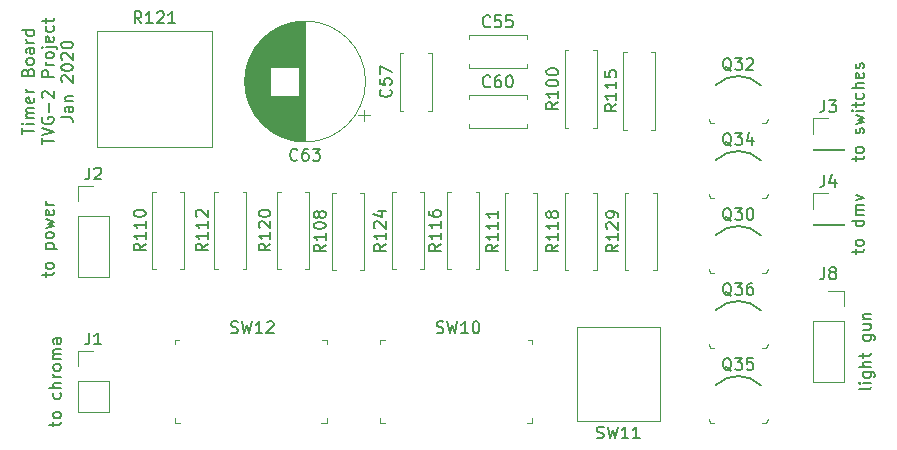
<source format=gbr>
G04 #@! TF.GenerationSoftware,KiCad,Pcbnew,(5.1.5)-3*
G04 #@! TF.CreationDate,2020-01-24T15:12:57-05:00*
G04 #@! TF.ProjectId,timer,74696d65-722e-46b6-9963-61645f706362,v01*
G04 #@! TF.SameCoordinates,Original*
G04 #@! TF.FileFunction,Legend,Top*
G04 #@! TF.FilePolarity,Positive*
%FSLAX46Y46*%
G04 Gerber Fmt 4.6, Leading zero omitted, Abs format (unit mm)*
G04 Created by KiCad (PCBNEW (5.1.5)-3) date 2020-01-24 15:12:57*
%MOMM*%
%LPD*%
G04 APERTURE LIST*
%ADD10C,0.150000*%
%ADD11C,0.120000*%
%ADD12C,0.100000*%
G04 APERTURE END LIST*
D10*
X21932380Y-69881190D02*
X21932380Y-69309761D01*
X22932380Y-69595476D02*
X21932380Y-69595476D01*
X22932380Y-68976428D02*
X22265714Y-68976428D01*
X21932380Y-68976428D02*
X21980000Y-69024047D01*
X22027619Y-68976428D01*
X21980000Y-68928809D01*
X21932380Y-68976428D01*
X22027619Y-68976428D01*
X22932380Y-68500238D02*
X22265714Y-68500238D01*
X22360952Y-68500238D02*
X22313333Y-68452619D01*
X22265714Y-68357380D01*
X22265714Y-68214523D01*
X22313333Y-68119285D01*
X22408571Y-68071666D01*
X22932380Y-68071666D01*
X22408571Y-68071666D02*
X22313333Y-68024047D01*
X22265714Y-67928809D01*
X22265714Y-67785952D01*
X22313333Y-67690714D01*
X22408571Y-67643095D01*
X22932380Y-67643095D01*
X22884761Y-66785952D02*
X22932380Y-66881190D01*
X22932380Y-67071666D01*
X22884761Y-67166904D01*
X22789523Y-67214523D01*
X22408571Y-67214523D01*
X22313333Y-67166904D01*
X22265714Y-67071666D01*
X22265714Y-66881190D01*
X22313333Y-66785952D01*
X22408571Y-66738333D01*
X22503809Y-66738333D01*
X22599047Y-67214523D01*
X22932380Y-66309761D02*
X22265714Y-66309761D01*
X22456190Y-66309761D02*
X22360952Y-66262142D01*
X22313333Y-66214523D01*
X22265714Y-66119285D01*
X22265714Y-66024047D01*
X22408571Y-64595476D02*
X22456190Y-64452619D01*
X22503809Y-64405000D01*
X22599047Y-64357380D01*
X22741904Y-64357380D01*
X22837142Y-64405000D01*
X22884761Y-64452619D01*
X22932380Y-64547857D01*
X22932380Y-64928809D01*
X21932380Y-64928809D01*
X21932380Y-64595476D01*
X21980000Y-64500238D01*
X22027619Y-64452619D01*
X22122857Y-64405000D01*
X22218095Y-64405000D01*
X22313333Y-64452619D01*
X22360952Y-64500238D01*
X22408571Y-64595476D01*
X22408571Y-64928809D01*
X22932380Y-63785952D02*
X22884761Y-63881190D01*
X22837142Y-63928809D01*
X22741904Y-63976428D01*
X22456190Y-63976428D01*
X22360952Y-63928809D01*
X22313333Y-63881190D01*
X22265714Y-63785952D01*
X22265714Y-63643095D01*
X22313333Y-63547857D01*
X22360952Y-63500238D01*
X22456190Y-63452619D01*
X22741904Y-63452619D01*
X22837142Y-63500238D01*
X22884761Y-63547857D01*
X22932380Y-63643095D01*
X22932380Y-63785952D01*
X22932380Y-62595476D02*
X22408571Y-62595476D01*
X22313333Y-62643095D01*
X22265714Y-62738333D01*
X22265714Y-62928809D01*
X22313333Y-63024047D01*
X22884761Y-62595476D02*
X22932380Y-62690714D01*
X22932380Y-62928809D01*
X22884761Y-63024047D01*
X22789523Y-63071666D01*
X22694285Y-63071666D01*
X22599047Y-63024047D01*
X22551428Y-62928809D01*
X22551428Y-62690714D01*
X22503809Y-62595476D01*
X22932380Y-62119285D02*
X22265714Y-62119285D01*
X22456190Y-62119285D02*
X22360952Y-62071666D01*
X22313333Y-62024047D01*
X22265714Y-61928809D01*
X22265714Y-61833571D01*
X22932380Y-61071666D02*
X21932380Y-61071666D01*
X22884761Y-61071666D02*
X22932380Y-61166904D01*
X22932380Y-61357380D01*
X22884761Y-61452619D01*
X22837142Y-61500238D01*
X22741904Y-61547857D01*
X22456190Y-61547857D01*
X22360952Y-61500238D01*
X22313333Y-61452619D01*
X22265714Y-61357380D01*
X22265714Y-61166904D01*
X22313333Y-61071666D01*
X23582380Y-70738333D02*
X23582380Y-70166904D01*
X24582380Y-70452619D02*
X23582380Y-70452619D01*
X23582380Y-69976428D02*
X24582380Y-69643095D01*
X23582380Y-69309761D01*
X23630000Y-68452619D02*
X23582380Y-68547857D01*
X23582380Y-68690714D01*
X23630000Y-68833571D01*
X23725238Y-68928809D01*
X23820476Y-68976428D01*
X24010952Y-69024047D01*
X24153809Y-69024047D01*
X24344285Y-68976428D01*
X24439523Y-68928809D01*
X24534761Y-68833571D01*
X24582380Y-68690714D01*
X24582380Y-68595476D01*
X24534761Y-68452619D01*
X24487142Y-68405000D01*
X24153809Y-68405000D01*
X24153809Y-68595476D01*
X24201428Y-67976428D02*
X24201428Y-67214523D01*
X23677619Y-66785952D02*
X23630000Y-66738333D01*
X23582380Y-66643095D01*
X23582380Y-66405000D01*
X23630000Y-66309761D01*
X23677619Y-66262142D01*
X23772857Y-66214523D01*
X23868095Y-66214523D01*
X24010952Y-66262142D01*
X24582380Y-66833571D01*
X24582380Y-66214523D01*
X24582380Y-65024047D02*
X23582380Y-65024047D01*
X23582380Y-64643095D01*
X23630000Y-64547857D01*
X23677619Y-64500238D01*
X23772857Y-64452619D01*
X23915714Y-64452619D01*
X24010952Y-64500238D01*
X24058571Y-64547857D01*
X24106190Y-64643095D01*
X24106190Y-65024047D01*
X24582380Y-64024047D02*
X23915714Y-64024047D01*
X24106190Y-64024047D02*
X24010952Y-63976428D01*
X23963333Y-63928809D01*
X23915714Y-63833571D01*
X23915714Y-63738333D01*
X24582380Y-63262142D02*
X24534761Y-63357380D01*
X24487142Y-63405000D01*
X24391904Y-63452619D01*
X24106190Y-63452619D01*
X24010952Y-63405000D01*
X23963333Y-63357380D01*
X23915714Y-63262142D01*
X23915714Y-63119285D01*
X23963333Y-63024047D01*
X24010952Y-62976428D01*
X24106190Y-62928809D01*
X24391904Y-62928809D01*
X24487142Y-62976428D01*
X24534761Y-63024047D01*
X24582380Y-63119285D01*
X24582380Y-63262142D01*
X23915714Y-62500238D02*
X24772857Y-62500238D01*
X24868095Y-62547857D01*
X24915714Y-62643095D01*
X24915714Y-62690714D01*
X23582380Y-62500238D02*
X23630000Y-62547857D01*
X23677619Y-62500238D01*
X23630000Y-62452619D01*
X23582380Y-62500238D01*
X23677619Y-62500238D01*
X24534761Y-61643095D02*
X24582380Y-61738333D01*
X24582380Y-61928809D01*
X24534761Y-62024047D01*
X24439523Y-62071666D01*
X24058571Y-62071666D01*
X23963333Y-62024047D01*
X23915714Y-61928809D01*
X23915714Y-61738333D01*
X23963333Y-61643095D01*
X24058571Y-61595476D01*
X24153809Y-61595476D01*
X24249047Y-62071666D01*
X24534761Y-60738333D02*
X24582380Y-60833571D01*
X24582380Y-61024047D01*
X24534761Y-61119285D01*
X24487142Y-61166904D01*
X24391904Y-61214523D01*
X24106190Y-61214523D01*
X24010952Y-61166904D01*
X23963333Y-61119285D01*
X23915714Y-61024047D01*
X23915714Y-60833571D01*
X23963333Y-60738333D01*
X23915714Y-60452619D02*
X23915714Y-60071666D01*
X23582380Y-60309761D02*
X24439523Y-60309761D01*
X24534761Y-60262142D01*
X24582380Y-60166904D01*
X24582380Y-60071666D01*
X25232380Y-68452619D02*
X25946666Y-68452619D01*
X26089523Y-68500238D01*
X26184761Y-68595476D01*
X26232380Y-68738333D01*
X26232380Y-68833571D01*
X26232380Y-67547857D02*
X25708571Y-67547857D01*
X25613333Y-67595476D01*
X25565714Y-67690714D01*
X25565714Y-67881190D01*
X25613333Y-67976428D01*
X26184761Y-67547857D02*
X26232380Y-67643095D01*
X26232380Y-67881190D01*
X26184761Y-67976428D01*
X26089523Y-68024047D01*
X25994285Y-68024047D01*
X25899047Y-67976428D01*
X25851428Y-67881190D01*
X25851428Y-67643095D01*
X25803809Y-67547857D01*
X25565714Y-67071666D02*
X26232380Y-67071666D01*
X25660952Y-67071666D02*
X25613333Y-67024047D01*
X25565714Y-66928809D01*
X25565714Y-66785952D01*
X25613333Y-66690714D01*
X25708571Y-66643095D01*
X26232380Y-66643095D01*
X25327619Y-65452619D02*
X25280000Y-65405000D01*
X25232380Y-65309761D01*
X25232380Y-65071666D01*
X25280000Y-64976428D01*
X25327619Y-64928809D01*
X25422857Y-64881190D01*
X25518095Y-64881190D01*
X25660952Y-64928809D01*
X26232380Y-65500238D01*
X26232380Y-64881190D01*
X25232380Y-64262142D02*
X25232380Y-64166904D01*
X25280000Y-64071666D01*
X25327619Y-64024047D01*
X25422857Y-63976428D01*
X25613333Y-63928809D01*
X25851428Y-63928809D01*
X26041904Y-63976428D01*
X26137142Y-64024047D01*
X26184761Y-64071666D01*
X26232380Y-64166904D01*
X26232380Y-64262142D01*
X26184761Y-64357380D01*
X26137142Y-64405000D01*
X26041904Y-64452619D01*
X25851428Y-64500238D01*
X25613333Y-64500238D01*
X25422857Y-64452619D01*
X25327619Y-64405000D01*
X25280000Y-64357380D01*
X25232380Y-64262142D01*
X25327619Y-63547857D02*
X25280000Y-63500238D01*
X25232380Y-63405000D01*
X25232380Y-63166904D01*
X25280000Y-63071666D01*
X25327619Y-63024047D01*
X25422857Y-62976428D01*
X25518095Y-62976428D01*
X25660952Y-63024047D01*
X26232380Y-63595476D01*
X26232380Y-62976428D01*
X25232380Y-62357380D02*
X25232380Y-62262142D01*
X25280000Y-62166904D01*
X25327619Y-62119285D01*
X25422857Y-62071666D01*
X25613333Y-62024047D01*
X25851428Y-62024047D01*
X26041904Y-62071666D01*
X26137142Y-62119285D01*
X26184761Y-62166904D01*
X26232380Y-62262142D01*
X26232380Y-62357380D01*
X26184761Y-62452619D01*
X26137142Y-62500238D01*
X26041904Y-62547857D01*
X25851428Y-62595476D01*
X25613333Y-62595476D01*
X25422857Y-62547857D01*
X25327619Y-62500238D01*
X25280000Y-62452619D01*
X25232380Y-62357380D01*
X92495714Y-72135476D02*
X92495714Y-71754523D01*
X92162380Y-71992619D02*
X93019523Y-71992619D01*
X93114761Y-71945000D01*
X93162380Y-71849761D01*
X93162380Y-71754523D01*
X93162380Y-71278333D02*
X93114761Y-71373571D01*
X93067142Y-71421190D01*
X92971904Y-71468809D01*
X92686190Y-71468809D01*
X92590952Y-71421190D01*
X92543333Y-71373571D01*
X92495714Y-71278333D01*
X92495714Y-71135476D01*
X92543333Y-71040238D01*
X92590952Y-70992619D01*
X92686190Y-70945000D01*
X92971904Y-70945000D01*
X93067142Y-70992619D01*
X93114761Y-71040238D01*
X93162380Y-71135476D01*
X93162380Y-71278333D01*
X93114761Y-69802142D02*
X93162380Y-69706904D01*
X93162380Y-69516428D01*
X93114761Y-69421190D01*
X93019523Y-69373571D01*
X92971904Y-69373571D01*
X92876666Y-69421190D01*
X92829047Y-69516428D01*
X92829047Y-69659285D01*
X92781428Y-69754523D01*
X92686190Y-69802142D01*
X92638571Y-69802142D01*
X92543333Y-69754523D01*
X92495714Y-69659285D01*
X92495714Y-69516428D01*
X92543333Y-69421190D01*
X92495714Y-69040238D02*
X93162380Y-68849761D01*
X92686190Y-68659285D01*
X93162380Y-68468809D01*
X92495714Y-68278333D01*
X93162380Y-67897380D02*
X92495714Y-67897380D01*
X92162380Y-67897380D02*
X92210000Y-67945000D01*
X92257619Y-67897380D01*
X92210000Y-67849761D01*
X92162380Y-67897380D01*
X92257619Y-67897380D01*
X92495714Y-67564047D02*
X92495714Y-67183095D01*
X92162380Y-67421190D02*
X93019523Y-67421190D01*
X93114761Y-67373571D01*
X93162380Y-67278333D01*
X93162380Y-67183095D01*
X93114761Y-66421190D02*
X93162380Y-66516428D01*
X93162380Y-66706904D01*
X93114761Y-66802142D01*
X93067142Y-66849761D01*
X92971904Y-66897380D01*
X92686190Y-66897380D01*
X92590952Y-66849761D01*
X92543333Y-66802142D01*
X92495714Y-66706904D01*
X92495714Y-66516428D01*
X92543333Y-66421190D01*
X93162380Y-65992619D02*
X92162380Y-65992619D01*
X93162380Y-65564047D02*
X92638571Y-65564047D01*
X92543333Y-65611666D01*
X92495714Y-65706904D01*
X92495714Y-65849761D01*
X92543333Y-65945000D01*
X92590952Y-65992619D01*
X93114761Y-64706904D02*
X93162380Y-64802142D01*
X93162380Y-64992619D01*
X93114761Y-65087857D01*
X93019523Y-65135476D01*
X92638571Y-65135476D01*
X92543333Y-65087857D01*
X92495714Y-64992619D01*
X92495714Y-64802142D01*
X92543333Y-64706904D01*
X92638571Y-64659285D01*
X92733809Y-64659285D01*
X92829047Y-65135476D01*
X93114761Y-64278333D02*
X93162380Y-64183095D01*
X93162380Y-63992619D01*
X93114761Y-63897380D01*
X93019523Y-63849761D01*
X92971904Y-63849761D01*
X92876666Y-63897380D01*
X92829047Y-63992619D01*
X92829047Y-64135476D01*
X92781428Y-64230714D01*
X92686190Y-64278333D01*
X92638571Y-64278333D01*
X92543333Y-64230714D01*
X92495714Y-64135476D01*
X92495714Y-63992619D01*
X92543333Y-63897380D01*
X92495714Y-79993809D02*
X92495714Y-79612857D01*
X92162380Y-79850952D02*
X93019523Y-79850952D01*
X93114761Y-79803333D01*
X93162380Y-79708095D01*
X93162380Y-79612857D01*
X93162380Y-79136666D02*
X93114761Y-79231904D01*
X93067142Y-79279523D01*
X92971904Y-79327142D01*
X92686190Y-79327142D01*
X92590952Y-79279523D01*
X92543333Y-79231904D01*
X92495714Y-79136666D01*
X92495714Y-78993809D01*
X92543333Y-78898571D01*
X92590952Y-78850952D01*
X92686190Y-78803333D01*
X92971904Y-78803333D01*
X93067142Y-78850952D01*
X93114761Y-78898571D01*
X93162380Y-78993809D01*
X93162380Y-79136666D01*
X93162380Y-77184285D02*
X92162380Y-77184285D01*
X93114761Y-77184285D02*
X93162380Y-77279523D01*
X93162380Y-77470000D01*
X93114761Y-77565238D01*
X93067142Y-77612857D01*
X92971904Y-77660476D01*
X92686190Y-77660476D01*
X92590952Y-77612857D01*
X92543333Y-77565238D01*
X92495714Y-77470000D01*
X92495714Y-77279523D01*
X92543333Y-77184285D01*
X93162380Y-76708095D02*
X92495714Y-76708095D01*
X92590952Y-76708095D02*
X92543333Y-76660476D01*
X92495714Y-76565238D01*
X92495714Y-76422380D01*
X92543333Y-76327142D01*
X92638571Y-76279523D01*
X93162380Y-76279523D01*
X92638571Y-76279523D02*
X92543333Y-76231904D01*
X92495714Y-76136666D01*
X92495714Y-75993809D01*
X92543333Y-75898571D01*
X92638571Y-75850952D01*
X93162380Y-75850952D01*
X92495714Y-75470000D02*
X93162380Y-75231904D01*
X92495714Y-74993809D01*
X93797380Y-91312619D02*
X93749761Y-91407857D01*
X93654523Y-91455476D01*
X92797380Y-91455476D01*
X93797380Y-90931666D02*
X93130714Y-90931666D01*
X92797380Y-90931666D02*
X92845000Y-90979285D01*
X92892619Y-90931666D01*
X92845000Y-90884047D01*
X92797380Y-90931666D01*
X92892619Y-90931666D01*
X93130714Y-90026904D02*
X93940238Y-90026904D01*
X94035476Y-90074523D01*
X94083095Y-90122142D01*
X94130714Y-90217380D01*
X94130714Y-90360238D01*
X94083095Y-90455476D01*
X93749761Y-90026904D02*
X93797380Y-90122142D01*
X93797380Y-90312619D01*
X93749761Y-90407857D01*
X93702142Y-90455476D01*
X93606904Y-90503095D01*
X93321190Y-90503095D01*
X93225952Y-90455476D01*
X93178333Y-90407857D01*
X93130714Y-90312619D01*
X93130714Y-90122142D01*
X93178333Y-90026904D01*
X93797380Y-89550714D02*
X92797380Y-89550714D01*
X93797380Y-89122142D02*
X93273571Y-89122142D01*
X93178333Y-89169761D01*
X93130714Y-89265000D01*
X93130714Y-89407857D01*
X93178333Y-89503095D01*
X93225952Y-89550714D01*
X93130714Y-88788809D02*
X93130714Y-88407857D01*
X92797380Y-88645952D02*
X93654523Y-88645952D01*
X93749761Y-88598333D01*
X93797380Y-88503095D01*
X93797380Y-88407857D01*
X93130714Y-86884047D02*
X93940238Y-86884047D01*
X94035476Y-86931666D01*
X94083095Y-86979285D01*
X94130714Y-87074523D01*
X94130714Y-87217380D01*
X94083095Y-87312619D01*
X93749761Y-86884047D02*
X93797380Y-86979285D01*
X93797380Y-87169761D01*
X93749761Y-87265000D01*
X93702142Y-87312619D01*
X93606904Y-87360238D01*
X93321190Y-87360238D01*
X93225952Y-87312619D01*
X93178333Y-87265000D01*
X93130714Y-87169761D01*
X93130714Y-86979285D01*
X93178333Y-86884047D01*
X93130714Y-85979285D02*
X93797380Y-85979285D01*
X93130714Y-86407857D02*
X93654523Y-86407857D01*
X93749761Y-86360238D01*
X93797380Y-86265000D01*
X93797380Y-86122142D01*
X93749761Y-86026904D01*
X93702142Y-85979285D01*
X93130714Y-85503095D02*
X93797380Y-85503095D01*
X93225952Y-85503095D02*
X93178333Y-85455476D01*
X93130714Y-85360238D01*
X93130714Y-85217380D01*
X93178333Y-85122142D01*
X93273571Y-85074523D01*
X93797380Y-85074523D01*
X24550714Y-94590714D02*
X24550714Y-94209761D01*
X24217380Y-94447857D02*
X25074523Y-94447857D01*
X25169761Y-94400238D01*
X25217380Y-94305000D01*
X25217380Y-94209761D01*
X25217380Y-93733571D02*
X25169761Y-93828809D01*
X25122142Y-93876428D01*
X25026904Y-93924047D01*
X24741190Y-93924047D01*
X24645952Y-93876428D01*
X24598333Y-93828809D01*
X24550714Y-93733571D01*
X24550714Y-93590714D01*
X24598333Y-93495476D01*
X24645952Y-93447857D01*
X24741190Y-93400238D01*
X25026904Y-93400238D01*
X25122142Y-93447857D01*
X25169761Y-93495476D01*
X25217380Y-93590714D01*
X25217380Y-93733571D01*
X25169761Y-91781190D02*
X25217380Y-91876428D01*
X25217380Y-92066904D01*
X25169761Y-92162142D01*
X25122142Y-92209761D01*
X25026904Y-92257380D01*
X24741190Y-92257380D01*
X24645952Y-92209761D01*
X24598333Y-92162142D01*
X24550714Y-92066904D01*
X24550714Y-91876428D01*
X24598333Y-91781190D01*
X25217380Y-91352619D02*
X24217380Y-91352619D01*
X25217380Y-90924047D02*
X24693571Y-90924047D01*
X24598333Y-90971666D01*
X24550714Y-91066904D01*
X24550714Y-91209761D01*
X24598333Y-91305000D01*
X24645952Y-91352619D01*
X25217380Y-90447857D02*
X24550714Y-90447857D01*
X24741190Y-90447857D02*
X24645952Y-90400238D01*
X24598333Y-90352619D01*
X24550714Y-90257380D01*
X24550714Y-90162142D01*
X25217380Y-89685952D02*
X25169761Y-89781190D01*
X25122142Y-89828809D01*
X25026904Y-89876428D01*
X24741190Y-89876428D01*
X24645952Y-89828809D01*
X24598333Y-89781190D01*
X24550714Y-89685952D01*
X24550714Y-89543095D01*
X24598333Y-89447857D01*
X24645952Y-89400238D01*
X24741190Y-89352619D01*
X25026904Y-89352619D01*
X25122142Y-89400238D01*
X25169761Y-89447857D01*
X25217380Y-89543095D01*
X25217380Y-89685952D01*
X25217380Y-88924047D02*
X24550714Y-88924047D01*
X24645952Y-88924047D02*
X24598333Y-88876428D01*
X24550714Y-88781190D01*
X24550714Y-88638333D01*
X24598333Y-88543095D01*
X24693571Y-88495476D01*
X25217380Y-88495476D01*
X24693571Y-88495476D02*
X24598333Y-88447857D01*
X24550714Y-88352619D01*
X24550714Y-88209761D01*
X24598333Y-88114523D01*
X24693571Y-88066904D01*
X25217380Y-88066904D01*
X25217380Y-87162142D02*
X24693571Y-87162142D01*
X24598333Y-87209761D01*
X24550714Y-87305000D01*
X24550714Y-87495476D01*
X24598333Y-87590714D01*
X25169761Y-87162142D02*
X25217380Y-87257380D01*
X25217380Y-87495476D01*
X25169761Y-87590714D01*
X25074523Y-87638333D01*
X24979285Y-87638333D01*
X24884047Y-87590714D01*
X24836428Y-87495476D01*
X24836428Y-87257380D01*
X24788809Y-87162142D01*
X23915714Y-81930476D02*
X23915714Y-81549523D01*
X23582380Y-81787619D02*
X24439523Y-81787619D01*
X24534761Y-81740000D01*
X24582380Y-81644761D01*
X24582380Y-81549523D01*
X24582380Y-81073333D02*
X24534761Y-81168571D01*
X24487142Y-81216190D01*
X24391904Y-81263809D01*
X24106190Y-81263809D01*
X24010952Y-81216190D01*
X23963333Y-81168571D01*
X23915714Y-81073333D01*
X23915714Y-80930476D01*
X23963333Y-80835238D01*
X24010952Y-80787619D01*
X24106190Y-80740000D01*
X24391904Y-80740000D01*
X24487142Y-80787619D01*
X24534761Y-80835238D01*
X24582380Y-80930476D01*
X24582380Y-81073333D01*
X23915714Y-79549523D02*
X24915714Y-79549523D01*
X23963333Y-79549523D02*
X23915714Y-79454285D01*
X23915714Y-79263809D01*
X23963333Y-79168571D01*
X24010952Y-79120952D01*
X24106190Y-79073333D01*
X24391904Y-79073333D01*
X24487142Y-79120952D01*
X24534761Y-79168571D01*
X24582380Y-79263809D01*
X24582380Y-79454285D01*
X24534761Y-79549523D01*
X24582380Y-78501904D02*
X24534761Y-78597142D01*
X24487142Y-78644761D01*
X24391904Y-78692380D01*
X24106190Y-78692380D01*
X24010952Y-78644761D01*
X23963333Y-78597142D01*
X23915714Y-78501904D01*
X23915714Y-78359047D01*
X23963333Y-78263809D01*
X24010952Y-78216190D01*
X24106190Y-78168571D01*
X24391904Y-78168571D01*
X24487142Y-78216190D01*
X24534761Y-78263809D01*
X24582380Y-78359047D01*
X24582380Y-78501904D01*
X23915714Y-77835238D02*
X24582380Y-77644761D01*
X24106190Y-77454285D01*
X24582380Y-77263809D01*
X23915714Y-77073333D01*
X24534761Y-76311428D02*
X24582380Y-76406666D01*
X24582380Y-76597142D01*
X24534761Y-76692380D01*
X24439523Y-76740000D01*
X24058571Y-76740000D01*
X23963333Y-76692380D01*
X23915714Y-76597142D01*
X23915714Y-76406666D01*
X23963333Y-76311428D01*
X24058571Y-76263809D01*
X24153809Y-76263809D01*
X24249047Y-76740000D01*
X24582380Y-75835238D02*
X23915714Y-75835238D01*
X24106190Y-75835238D02*
X24010952Y-75787619D01*
X23963333Y-75740000D01*
X23915714Y-75644761D01*
X23915714Y-75549523D01*
D11*
X64660000Y-63920000D02*
X64660000Y-64235000D01*
X64660000Y-61495000D02*
X64660000Y-61810000D01*
X59720000Y-63920000D02*
X59720000Y-64235000D01*
X59720000Y-61495000D02*
X59720000Y-61810000D01*
X59720000Y-64235000D02*
X64660000Y-64235000D01*
X59720000Y-61495000D02*
X64660000Y-61495000D01*
X53875000Y-67915000D02*
X53875000Y-62975000D01*
X56615000Y-67915000D02*
X56615000Y-62975000D01*
X53875000Y-67915000D02*
X54190000Y-67915000D01*
X56300000Y-67915000D02*
X56615000Y-67915000D01*
X53875000Y-62975000D02*
X54190000Y-62975000D01*
X56300000Y-62975000D02*
X56615000Y-62975000D01*
X59720000Y-66575000D02*
X64660000Y-66575000D01*
X59720000Y-69315000D02*
X64660000Y-69315000D01*
X59720000Y-66575000D02*
X59720000Y-66890000D01*
X59720000Y-69000000D02*
X59720000Y-69315000D01*
X64660000Y-66575000D02*
X64660000Y-66890000D01*
X64660000Y-69000000D02*
X64660000Y-69315000D01*
X50995000Y-65405000D02*
G75*
G03X50995000Y-65405000I-5120000J0D01*
G01*
X45875000Y-70485000D02*
X45875000Y-60325000D01*
X45835000Y-70485000D02*
X45835000Y-60325000D01*
X45795000Y-70485000D02*
X45795000Y-60325000D01*
X45755000Y-70484000D02*
X45755000Y-60326000D01*
X45715000Y-70483000D02*
X45715000Y-60327000D01*
X45675000Y-70482000D02*
X45675000Y-60328000D01*
X45635000Y-70480000D02*
X45635000Y-60330000D01*
X45595000Y-70478000D02*
X45595000Y-60332000D01*
X45555000Y-70475000D02*
X45555000Y-60335000D01*
X45515000Y-70473000D02*
X45515000Y-60337000D01*
X45475000Y-70470000D02*
X45475000Y-60340000D01*
X45435000Y-70467000D02*
X45435000Y-60343000D01*
X45395000Y-70463000D02*
X45395000Y-60347000D01*
X45355000Y-70459000D02*
X45355000Y-66646000D01*
X45355000Y-64164000D02*
X45355000Y-60351000D01*
X45315000Y-70455000D02*
X45315000Y-66646000D01*
X45315000Y-64164000D02*
X45315000Y-60355000D01*
X45275000Y-70450000D02*
X45275000Y-66646000D01*
X45275000Y-64164000D02*
X45275000Y-60360000D01*
X45235000Y-70445000D02*
X45235000Y-66646000D01*
X45235000Y-64164000D02*
X45235000Y-60365000D01*
X45195000Y-70440000D02*
X45195000Y-66646000D01*
X45195000Y-64164000D02*
X45195000Y-60370000D01*
X45154000Y-70435000D02*
X45154000Y-66646000D01*
X45154000Y-64164000D02*
X45154000Y-60375000D01*
X45114000Y-70429000D02*
X45114000Y-66646000D01*
X45114000Y-64164000D02*
X45114000Y-60381000D01*
X45074000Y-70423000D02*
X45074000Y-66646000D01*
X45074000Y-64164000D02*
X45074000Y-60387000D01*
X45034000Y-70416000D02*
X45034000Y-66646000D01*
X45034000Y-64164000D02*
X45034000Y-60394000D01*
X44994000Y-70409000D02*
X44994000Y-66646000D01*
X44994000Y-64164000D02*
X44994000Y-60401000D01*
X44954000Y-70402000D02*
X44954000Y-66646000D01*
X44954000Y-64164000D02*
X44954000Y-60408000D01*
X44914000Y-70395000D02*
X44914000Y-66646000D01*
X44914000Y-64164000D02*
X44914000Y-60415000D01*
X44874000Y-70387000D02*
X44874000Y-66646000D01*
X44874000Y-64164000D02*
X44874000Y-60423000D01*
X44834000Y-70379000D02*
X44834000Y-66646000D01*
X44834000Y-64164000D02*
X44834000Y-60431000D01*
X44794000Y-70370000D02*
X44794000Y-66646000D01*
X44794000Y-64164000D02*
X44794000Y-60440000D01*
X44754000Y-70361000D02*
X44754000Y-66646000D01*
X44754000Y-64164000D02*
X44754000Y-60449000D01*
X44714000Y-70352000D02*
X44714000Y-66646000D01*
X44714000Y-64164000D02*
X44714000Y-60458000D01*
X44674000Y-70343000D02*
X44674000Y-66646000D01*
X44674000Y-64164000D02*
X44674000Y-60467000D01*
X44634000Y-70333000D02*
X44634000Y-66646000D01*
X44634000Y-64164000D02*
X44634000Y-60477000D01*
X44594000Y-70323000D02*
X44594000Y-66646000D01*
X44594000Y-64164000D02*
X44594000Y-60487000D01*
X44554000Y-70312000D02*
X44554000Y-66646000D01*
X44554000Y-64164000D02*
X44554000Y-60498000D01*
X44514000Y-70302000D02*
X44514000Y-66646000D01*
X44514000Y-64164000D02*
X44514000Y-60508000D01*
X44474000Y-70290000D02*
X44474000Y-66646000D01*
X44474000Y-64164000D02*
X44474000Y-60520000D01*
X44434000Y-70279000D02*
X44434000Y-66646000D01*
X44434000Y-64164000D02*
X44434000Y-60531000D01*
X44394000Y-70267000D02*
X44394000Y-66646000D01*
X44394000Y-64164000D02*
X44394000Y-60543000D01*
X44354000Y-70255000D02*
X44354000Y-66646000D01*
X44354000Y-64164000D02*
X44354000Y-60555000D01*
X44314000Y-70242000D02*
X44314000Y-66646000D01*
X44314000Y-64164000D02*
X44314000Y-60568000D01*
X44274000Y-70229000D02*
X44274000Y-66646000D01*
X44274000Y-64164000D02*
X44274000Y-60581000D01*
X44234000Y-70216000D02*
X44234000Y-66646000D01*
X44234000Y-64164000D02*
X44234000Y-60594000D01*
X44194000Y-70202000D02*
X44194000Y-66646000D01*
X44194000Y-64164000D02*
X44194000Y-60608000D01*
X44154000Y-70188000D02*
X44154000Y-66646000D01*
X44154000Y-64164000D02*
X44154000Y-60622000D01*
X44114000Y-70173000D02*
X44114000Y-66646000D01*
X44114000Y-64164000D02*
X44114000Y-60637000D01*
X44074000Y-70159000D02*
X44074000Y-66646000D01*
X44074000Y-64164000D02*
X44074000Y-60651000D01*
X44034000Y-70143000D02*
X44034000Y-66646000D01*
X44034000Y-64164000D02*
X44034000Y-60667000D01*
X43994000Y-70128000D02*
X43994000Y-66646000D01*
X43994000Y-64164000D02*
X43994000Y-60682000D01*
X43954000Y-70112000D02*
X43954000Y-66646000D01*
X43954000Y-64164000D02*
X43954000Y-60698000D01*
X43914000Y-70095000D02*
X43914000Y-66646000D01*
X43914000Y-64164000D02*
X43914000Y-60715000D01*
X43874000Y-70079000D02*
X43874000Y-66646000D01*
X43874000Y-64164000D02*
X43874000Y-60731000D01*
X43834000Y-70062000D02*
X43834000Y-66646000D01*
X43834000Y-64164000D02*
X43834000Y-60748000D01*
X43794000Y-70044000D02*
X43794000Y-66646000D01*
X43794000Y-64164000D02*
X43794000Y-60766000D01*
X43754000Y-70026000D02*
X43754000Y-66646000D01*
X43754000Y-64164000D02*
X43754000Y-60784000D01*
X43714000Y-70008000D02*
X43714000Y-66646000D01*
X43714000Y-64164000D02*
X43714000Y-60802000D01*
X43674000Y-69989000D02*
X43674000Y-66646000D01*
X43674000Y-64164000D02*
X43674000Y-60821000D01*
X43634000Y-69969000D02*
X43634000Y-66646000D01*
X43634000Y-64164000D02*
X43634000Y-60841000D01*
X43594000Y-69950000D02*
X43594000Y-66646000D01*
X43594000Y-64164000D02*
X43594000Y-60860000D01*
X43554000Y-69930000D02*
X43554000Y-66646000D01*
X43554000Y-64164000D02*
X43554000Y-60880000D01*
X43514000Y-69909000D02*
X43514000Y-66646000D01*
X43514000Y-64164000D02*
X43514000Y-60901000D01*
X43474000Y-69888000D02*
X43474000Y-66646000D01*
X43474000Y-64164000D02*
X43474000Y-60922000D01*
X43434000Y-69867000D02*
X43434000Y-66646000D01*
X43434000Y-64164000D02*
X43434000Y-60943000D01*
X43394000Y-69845000D02*
X43394000Y-66646000D01*
X43394000Y-64164000D02*
X43394000Y-60965000D01*
X43354000Y-69822000D02*
X43354000Y-66646000D01*
X43354000Y-64164000D02*
X43354000Y-60988000D01*
X43314000Y-69800000D02*
X43314000Y-66646000D01*
X43314000Y-64164000D02*
X43314000Y-61010000D01*
X43274000Y-69776000D02*
X43274000Y-66646000D01*
X43274000Y-64164000D02*
X43274000Y-61034000D01*
X43234000Y-69752000D02*
X43234000Y-66646000D01*
X43234000Y-64164000D02*
X43234000Y-61058000D01*
X43194000Y-69728000D02*
X43194000Y-66646000D01*
X43194000Y-64164000D02*
X43194000Y-61082000D01*
X43154000Y-69703000D02*
X43154000Y-66646000D01*
X43154000Y-64164000D02*
X43154000Y-61107000D01*
X43114000Y-69678000D02*
X43114000Y-66646000D01*
X43114000Y-64164000D02*
X43114000Y-61132000D01*
X43074000Y-69652000D02*
X43074000Y-66646000D01*
X43074000Y-64164000D02*
X43074000Y-61158000D01*
X43034000Y-69626000D02*
X43034000Y-66646000D01*
X43034000Y-64164000D02*
X43034000Y-61184000D01*
X42994000Y-69599000D02*
X42994000Y-66646000D01*
X42994000Y-64164000D02*
X42994000Y-61211000D01*
X42954000Y-69571000D02*
X42954000Y-66646000D01*
X42954000Y-64164000D02*
X42954000Y-61239000D01*
X42914000Y-69543000D02*
X42914000Y-66646000D01*
X42914000Y-64164000D02*
X42914000Y-61267000D01*
X42874000Y-69515000D02*
X42874000Y-61295000D01*
X42834000Y-69485000D02*
X42834000Y-61325000D01*
X42794000Y-69455000D02*
X42794000Y-61355000D01*
X42754000Y-69425000D02*
X42754000Y-61385000D01*
X42714000Y-69394000D02*
X42714000Y-61416000D01*
X42674000Y-69362000D02*
X42674000Y-61448000D01*
X42634000Y-69330000D02*
X42634000Y-61480000D01*
X42594000Y-69297000D02*
X42594000Y-61513000D01*
X42554000Y-69263000D02*
X42554000Y-61547000D01*
X42514000Y-69229000D02*
X42514000Y-61581000D01*
X42474000Y-69194000D02*
X42474000Y-61616000D01*
X42434000Y-69158000D02*
X42434000Y-61652000D01*
X42394000Y-69121000D02*
X42394000Y-61689000D01*
X42354000Y-69084000D02*
X42354000Y-61726000D01*
X42314000Y-69045000D02*
X42314000Y-61765000D01*
X42274000Y-69006000D02*
X42274000Y-61804000D01*
X42234000Y-68966000D02*
X42234000Y-61844000D01*
X42194000Y-68925000D02*
X42194000Y-61885000D01*
X42154000Y-68883000D02*
X42154000Y-61927000D01*
X42114000Y-68841000D02*
X42114000Y-61969000D01*
X42074000Y-68797000D02*
X42074000Y-62013000D01*
X42034000Y-68752000D02*
X42034000Y-62058000D01*
X41994000Y-68706000D02*
X41994000Y-62104000D01*
X41954000Y-68659000D02*
X41954000Y-62151000D01*
X41914000Y-68611000D02*
X41914000Y-62199000D01*
X41874000Y-68561000D02*
X41874000Y-62249000D01*
X41834000Y-68511000D02*
X41834000Y-62299000D01*
X41794000Y-68459000D02*
X41794000Y-62351000D01*
X41754000Y-68405000D02*
X41754000Y-62405000D01*
X41714000Y-68350000D02*
X41714000Y-62460000D01*
X41674000Y-68294000D02*
X41674000Y-62516000D01*
X41634000Y-68235000D02*
X41634000Y-62575000D01*
X41594000Y-68175000D02*
X41594000Y-62635000D01*
X41554000Y-68114000D02*
X41554000Y-62696000D01*
X41514000Y-68050000D02*
X41514000Y-62760000D01*
X41474000Y-67984000D02*
X41474000Y-62826000D01*
X41434000Y-67915000D02*
X41434000Y-62895000D01*
X41394000Y-67844000D02*
X41394000Y-62966000D01*
X41354000Y-67770000D02*
X41354000Y-63040000D01*
X41314000Y-67694000D02*
X41314000Y-63116000D01*
X41274000Y-67614000D02*
X41274000Y-63196000D01*
X41234000Y-67530000D02*
X41234000Y-63280000D01*
X41194000Y-67442000D02*
X41194000Y-63368000D01*
X41154000Y-67349000D02*
X41154000Y-63461000D01*
X41114000Y-67251000D02*
X41114000Y-63559000D01*
X41074000Y-67147000D02*
X41074000Y-63663000D01*
X41034000Y-67035000D02*
X41034000Y-63775000D01*
X40994000Y-66915000D02*
X40994000Y-63895000D01*
X40954000Y-66783000D02*
X40954000Y-64027000D01*
X40914000Y-66635000D02*
X40914000Y-64175000D01*
X40874000Y-66467000D02*
X40874000Y-64343000D01*
X40834000Y-66267000D02*
X40834000Y-64543000D01*
X40794000Y-66004000D02*
X40794000Y-64806000D01*
X51354646Y-68280000D02*
X50354646Y-68280000D01*
X50854646Y-68780000D02*
X50854646Y-67780000D01*
X26610000Y-93405000D02*
X29270000Y-93405000D01*
X26610000Y-90805000D02*
X26610000Y-93405000D01*
X29270000Y-90805000D02*
X29270000Y-93405000D01*
X26610000Y-90805000D02*
X29270000Y-90805000D01*
X26610000Y-89535000D02*
X26610000Y-88205000D01*
X26610000Y-88205000D02*
X27940000Y-88205000D01*
X26610000Y-81975000D02*
X29270000Y-81975000D01*
X26610000Y-76835000D02*
X26610000Y-81975000D01*
X29270000Y-76835000D02*
X29270000Y-81975000D01*
X26610000Y-76835000D02*
X29270000Y-76835000D01*
X26610000Y-75565000D02*
X26610000Y-74235000D01*
X26610000Y-74235000D02*
X27940000Y-74235000D01*
X88840000Y-71180000D02*
X91500000Y-71180000D01*
X88840000Y-71120000D02*
X88840000Y-71180000D01*
X91500000Y-71120000D02*
X91500000Y-71180000D01*
X88840000Y-71120000D02*
X91500000Y-71120000D01*
X88840000Y-69850000D02*
X88840000Y-68520000D01*
X88840000Y-68520000D02*
X90170000Y-68520000D01*
X88840000Y-74870000D02*
X90170000Y-74870000D01*
X88840000Y-76200000D02*
X88840000Y-74870000D01*
X88840000Y-77470000D02*
X91500000Y-77470000D01*
X91500000Y-77470000D02*
X91500000Y-77530000D01*
X88840000Y-77470000D02*
X88840000Y-77530000D01*
X88840000Y-77530000D02*
X91500000Y-77530000D01*
X88840000Y-85725000D02*
X91500000Y-85725000D01*
X88840000Y-85725000D02*
X88840000Y-90865000D01*
X88840000Y-90865000D02*
X91500000Y-90865000D01*
X91500000Y-85725000D02*
X91500000Y-90865000D01*
X91500000Y-83125000D02*
X91500000Y-84455000D01*
X90170000Y-83125000D02*
X91500000Y-83125000D01*
D10*
X84500000Y-78460000D02*
G75*
G03X80650000Y-78410000I-1950000J-1900000D01*
G01*
D12*
X84900000Y-81610000D02*
X85050000Y-81310000D01*
X84900000Y-81610000D02*
X84600000Y-81610000D01*
X80500000Y-81610000D02*
X80200000Y-81610000D01*
X80200000Y-81610000D02*
X80050000Y-81310000D01*
D10*
X84500000Y-65760000D02*
G75*
G03X80650000Y-65710000I-1950000J-1900000D01*
G01*
D12*
X84900000Y-68910000D02*
X85050000Y-68610000D01*
X84900000Y-68910000D02*
X84600000Y-68910000D01*
X80500000Y-68910000D02*
X80200000Y-68910000D01*
X80200000Y-68910000D02*
X80050000Y-68610000D01*
D10*
X84500000Y-72110000D02*
G75*
G03X80650000Y-72060000I-1950000J-1900000D01*
G01*
D12*
X84900000Y-75260000D02*
X85050000Y-74960000D01*
X84900000Y-75260000D02*
X84600000Y-75260000D01*
X80500000Y-75260000D02*
X80200000Y-75260000D01*
X80200000Y-75260000D02*
X80050000Y-74960000D01*
X80200000Y-94310000D02*
X80050000Y-94010000D01*
X80500000Y-94310000D02*
X80200000Y-94310000D01*
X84900000Y-94310000D02*
X84600000Y-94310000D01*
X84900000Y-94310000D02*
X85050000Y-94010000D01*
D10*
X84500000Y-91160000D02*
G75*
G03X80650000Y-91110000I-1950000J-1900000D01*
G01*
D12*
X80200000Y-87960000D02*
X80050000Y-87660000D01*
X80500000Y-87960000D02*
X80200000Y-87960000D01*
X84900000Y-87960000D02*
X84600000Y-87960000D01*
X84900000Y-87960000D02*
X85050000Y-87660000D01*
D10*
X84500000Y-84810000D02*
G75*
G03X80650000Y-84760000I-1950000J-1900000D01*
G01*
D11*
X70585000Y-62770000D02*
X70255000Y-62770000D01*
X70585000Y-69310000D02*
X70585000Y-62770000D01*
X70255000Y-69310000D02*
X70585000Y-69310000D01*
X67845000Y-62770000D02*
X68175000Y-62770000D01*
X67845000Y-69310000D02*
X67845000Y-62770000D01*
X68175000Y-69310000D02*
X67845000Y-69310000D01*
X48490000Y-81375000D02*
X48160000Y-81375000D01*
X48160000Y-81375000D02*
X48160000Y-74835000D01*
X48160000Y-74835000D02*
X48490000Y-74835000D01*
X50570000Y-81375000D02*
X50900000Y-81375000D01*
X50900000Y-81375000D02*
X50900000Y-74835000D01*
X50900000Y-74835000D02*
X50570000Y-74835000D01*
X33250000Y-81285000D02*
X32920000Y-81285000D01*
X32920000Y-81285000D02*
X32920000Y-74745000D01*
X32920000Y-74745000D02*
X33250000Y-74745000D01*
X35330000Y-81285000D02*
X35660000Y-81285000D01*
X35660000Y-81285000D02*
X35660000Y-74745000D01*
X35660000Y-74745000D02*
X35330000Y-74745000D01*
X65505000Y-74835000D02*
X65175000Y-74835000D01*
X65505000Y-81375000D02*
X65505000Y-74835000D01*
X65175000Y-81375000D02*
X65505000Y-81375000D01*
X62765000Y-74835000D02*
X63095000Y-74835000D01*
X62765000Y-81375000D02*
X62765000Y-74835000D01*
X63095000Y-81375000D02*
X62765000Y-81375000D01*
X40910000Y-74745000D02*
X40580000Y-74745000D01*
X40910000Y-81285000D02*
X40910000Y-74745000D01*
X40580000Y-81285000D02*
X40910000Y-81285000D01*
X38170000Y-74745000D02*
X38500000Y-74745000D01*
X38170000Y-81285000D02*
X38170000Y-74745000D01*
X38500000Y-81285000D02*
X38170000Y-81285000D01*
X73115000Y-69480000D02*
X72785000Y-69480000D01*
X72785000Y-69480000D02*
X72785000Y-62940000D01*
X72785000Y-62940000D02*
X73115000Y-62940000D01*
X75195000Y-69480000D02*
X75525000Y-69480000D01*
X75525000Y-69480000D02*
X75525000Y-62940000D01*
X75525000Y-62940000D02*
X75195000Y-62940000D01*
X58235000Y-81310000D02*
X57905000Y-81310000D01*
X57905000Y-81310000D02*
X57905000Y-74770000D01*
X57905000Y-74770000D02*
X58235000Y-74770000D01*
X60315000Y-81310000D02*
X60645000Y-81310000D01*
X60645000Y-81310000D02*
X60645000Y-74770000D01*
X60645000Y-74770000D02*
X60315000Y-74770000D01*
X70585000Y-74835000D02*
X70255000Y-74835000D01*
X70585000Y-81375000D02*
X70585000Y-74835000D01*
X70255000Y-81375000D02*
X70585000Y-81375000D01*
X67845000Y-74835000D02*
X68175000Y-74835000D01*
X67845000Y-81375000D02*
X67845000Y-74835000D01*
X68175000Y-81375000D02*
X67845000Y-81375000D01*
X43820000Y-81285000D02*
X43490000Y-81285000D01*
X43490000Y-81285000D02*
X43490000Y-74745000D01*
X43490000Y-74745000D02*
X43820000Y-74745000D01*
X45900000Y-81285000D02*
X46230000Y-81285000D01*
X46230000Y-81285000D02*
X46230000Y-74745000D01*
X46230000Y-74745000D02*
X45900000Y-74745000D01*
X28250000Y-61155000D02*
X38020000Y-61155000D01*
X28250000Y-70925000D02*
X38020000Y-70925000D01*
X28250000Y-61155000D02*
X28250000Y-70925000D01*
X38020000Y-61155000D02*
X38020000Y-70925000D01*
X53570000Y-81310000D02*
X53240000Y-81310000D01*
X53240000Y-81310000D02*
X53240000Y-74770000D01*
X53240000Y-74770000D02*
X53570000Y-74770000D01*
X55650000Y-81310000D02*
X55980000Y-81310000D01*
X55980000Y-81310000D02*
X55980000Y-74770000D01*
X55980000Y-74770000D02*
X55650000Y-74770000D01*
X75665000Y-74835000D02*
X75335000Y-74835000D01*
X75665000Y-81375000D02*
X75665000Y-74835000D01*
X75335000Y-81375000D02*
X75665000Y-81375000D01*
X72925000Y-74835000D02*
X73255000Y-74835000D01*
X72925000Y-81375000D02*
X72925000Y-74835000D01*
X73255000Y-81375000D02*
X72925000Y-81375000D01*
D12*
X65125000Y-87280000D02*
X65125000Y-87630000D01*
X64750000Y-87280000D02*
X65125000Y-87280000D01*
X52225000Y-87280000D02*
X52625000Y-87280000D01*
X52225000Y-87280000D02*
X52225000Y-87655000D01*
X52225000Y-94330000D02*
X52225000Y-93905000D01*
X52225000Y-94330000D02*
X52675000Y-94330000D01*
X65100000Y-94330000D02*
X64650000Y-94330000D01*
X65125000Y-94330000D02*
X65125000Y-93905000D01*
D11*
X75890000Y-86170000D02*
X75890000Y-94170000D01*
X75890000Y-94170000D02*
X68890000Y-94170000D01*
X68890000Y-94170000D02*
X68890000Y-86170000D01*
X68890000Y-86170000D02*
X75890000Y-86170000D01*
D12*
X47725000Y-94330000D02*
X47725000Y-93905000D01*
X47700000Y-94330000D02*
X47250000Y-94330000D01*
X34825000Y-94330000D02*
X35275000Y-94330000D01*
X34825000Y-94330000D02*
X34825000Y-93905000D01*
X34825000Y-87280000D02*
X34825000Y-87655000D01*
X34825000Y-87280000D02*
X35225000Y-87280000D01*
X47350000Y-87280000D02*
X47725000Y-87280000D01*
X47725000Y-87280000D02*
X47725000Y-87630000D01*
D10*
X61547142Y-60722142D02*
X61499523Y-60769761D01*
X61356666Y-60817380D01*
X61261428Y-60817380D01*
X61118571Y-60769761D01*
X61023333Y-60674523D01*
X60975714Y-60579285D01*
X60928095Y-60388809D01*
X60928095Y-60245952D01*
X60975714Y-60055476D01*
X61023333Y-59960238D01*
X61118571Y-59865000D01*
X61261428Y-59817380D01*
X61356666Y-59817380D01*
X61499523Y-59865000D01*
X61547142Y-59912619D01*
X62451904Y-59817380D02*
X61975714Y-59817380D01*
X61928095Y-60293571D01*
X61975714Y-60245952D01*
X62070952Y-60198333D01*
X62309047Y-60198333D01*
X62404285Y-60245952D01*
X62451904Y-60293571D01*
X62499523Y-60388809D01*
X62499523Y-60626904D01*
X62451904Y-60722142D01*
X62404285Y-60769761D01*
X62309047Y-60817380D01*
X62070952Y-60817380D01*
X61975714Y-60769761D01*
X61928095Y-60722142D01*
X63404285Y-59817380D02*
X62928095Y-59817380D01*
X62880476Y-60293571D01*
X62928095Y-60245952D01*
X63023333Y-60198333D01*
X63261428Y-60198333D01*
X63356666Y-60245952D01*
X63404285Y-60293571D01*
X63451904Y-60388809D01*
X63451904Y-60626904D01*
X63404285Y-60722142D01*
X63356666Y-60769761D01*
X63261428Y-60817380D01*
X63023333Y-60817380D01*
X62928095Y-60769761D01*
X62880476Y-60722142D01*
X53102142Y-66087857D02*
X53149761Y-66135476D01*
X53197380Y-66278333D01*
X53197380Y-66373571D01*
X53149761Y-66516428D01*
X53054523Y-66611666D01*
X52959285Y-66659285D01*
X52768809Y-66706904D01*
X52625952Y-66706904D01*
X52435476Y-66659285D01*
X52340238Y-66611666D01*
X52245000Y-66516428D01*
X52197380Y-66373571D01*
X52197380Y-66278333D01*
X52245000Y-66135476D01*
X52292619Y-66087857D01*
X52197380Y-65183095D02*
X52197380Y-65659285D01*
X52673571Y-65706904D01*
X52625952Y-65659285D01*
X52578333Y-65564047D01*
X52578333Y-65325952D01*
X52625952Y-65230714D01*
X52673571Y-65183095D01*
X52768809Y-65135476D01*
X53006904Y-65135476D01*
X53102142Y-65183095D01*
X53149761Y-65230714D01*
X53197380Y-65325952D01*
X53197380Y-65564047D01*
X53149761Y-65659285D01*
X53102142Y-65706904D01*
X52197380Y-64802142D02*
X52197380Y-64135476D01*
X53197380Y-64564047D01*
X61547142Y-65802142D02*
X61499523Y-65849761D01*
X61356666Y-65897380D01*
X61261428Y-65897380D01*
X61118571Y-65849761D01*
X61023333Y-65754523D01*
X60975714Y-65659285D01*
X60928095Y-65468809D01*
X60928095Y-65325952D01*
X60975714Y-65135476D01*
X61023333Y-65040238D01*
X61118571Y-64945000D01*
X61261428Y-64897380D01*
X61356666Y-64897380D01*
X61499523Y-64945000D01*
X61547142Y-64992619D01*
X62404285Y-64897380D02*
X62213809Y-64897380D01*
X62118571Y-64945000D01*
X62070952Y-64992619D01*
X61975714Y-65135476D01*
X61928095Y-65325952D01*
X61928095Y-65706904D01*
X61975714Y-65802142D01*
X62023333Y-65849761D01*
X62118571Y-65897380D01*
X62309047Y-65897380D01*
X62404285Y-65849761D01*
X62451904Y-65802142D01*
X62499523Y-65706904D01*
X62499523Y-65468809D01*
X62451904Y-65373571D01*
X62404285Y-65325952D01*
X62309047Y-65278333D01*
X62118571Y-65278333D01*
X62023333Y-65325952D01*
X61975714Y-65373571D01*
X61928095Y-65468809D01*
X63118571Y-64897380D02*
X63213809Y-64897380D01*
X63309047Y-64945000D01*
X63356666Y-64992619D01*
X63404285Y-65087857D01*
X63451904Y-65278333D01*
X63451904Y-65516428D01*
X63404285Y-65706904D01*
X63356666Y-65802142D01*
X63309047Y-65849761D01*
X63213809Y-65897380D01*
X63118571Y-65897380D01*
X63023333Y-65849761D01*
X62975714Y-65802142D01*
X62928095Y-65706904D01*
X62880476Y-65516428D01*
X62880476Y-65278333D01*
X62928095Y-65087857D01*
X62975714Y-64992619D01*
X63023333Y-64945000D01*
X63118571Y-64897380D01*
X45232142Y-72012142D02*
X45184523Y-72059761D01*
X45041666Y-72107380D01*
X44946428Y-72107380D01*
X44803571Y-72059761D01*
X44708333Y-71964523D01*
X44660714Y-71869285D01*
X44613095Y-71678809D01*
X44613095Y-71535952D01*
X44660714Y-71345476D01*
X44708333Y-71250238D01*
X44803571Y-71155000D01*
X44946428Y-71107380D01*
X45041666Y-71107380D01*
X45184523Y-71155000D01*
X45232142Y-71202619D01*
X46089285Y-71107380D02*
X45898809Y-71107380D01*
X45803571Y-71155000D01*
X45755952Y-71202619D01*
X45660714Y-71345476D01*
X45613095Y-71535952D01*
X45613095Y-71916904D01*
X45660714Y-72012142D01*
X45708333Y-72059761D01*
X45803571Y-72107380D01*
X45994047Y-72107380D01*
X46089285Y-72059761D01*
X46136904Y-72012142D01*
X46184523Y-71916904D01*
X46184523Y-71678809D01*
X46136904Y-71583571D01*
X46089285Y-71535952D01*
X45994047Y-71488333D01*
X45803571Y-71488333D01*
X45708333Y-71535952D01*
X45660714Y-71583571D01*
X45613095Y-71678809D01*
X46517857Y-71107380D02*
X47136904Y-71107380D01*
X46803571Y-71488333D01*
X46946428Y-71488333D01*
X47041666Y-71535952D01*
X47089285Y-71583571D01*
X47136904Y-71678809D01*
X47136904Y-71916904D01*
X47089285Y-72012142D01*
X47041666Y-72059761D01*
X46946428Y-72107380D01*
X46660714Y-72107380D01*
X46565476Y-72059761D01*
X46517857Y-72012142D01*
X27606666Y-86657380D02*
X27606666Y-87371666D01*
X27559047Y-87514523D01*
X27463809Y-87609761D01*
X27320952Y-87657380D01*
X27225714Y-87657380D01*
X28606666Y-87657380D02*
X28035238Y-87657380D01*
X28320952Y-87657380D02*
X28320952Y-86657380D01*
X28225714Y-86800238D01*
X28130476Y-86895476D01*
X28035238Y-86943095D01*
X27606666Y-72687380D02*
X27606666Y-73401666D01*
X27559047Y-73544523D01*
X27463809Y-73639761D01*
X27320952Y-73687380D01*
X27225714Y-73687380D01*
X28035238Y-72782619D02*
X28082857Y-72735000D01*
X28178095Y-72687380D01*
X28416190Y-72687380D01*
X28511428Y-72735000D01*
X28559047Y-72782619D01*
X28606666Y-72877857D01*
X28606666Y-72973095D01*
X28559047Y-73115952D01*
X27987619Y-73687380D01*
X28606666Y-73687380D01*
X89836666Y-66972380D02*
X89836666Y-67686666D01*
X89789047Y-67829523D01*
X89693809Y-67924761D01*
X89550952Y-67972380D01*
X89455714Y-67972380D01*
X90217619Y-66972380D02*
X90836666Y-66972380D01*
X90503333Y-67353333D01*
X90646190Y-67353333D01*
X90741428Y-67400952D01*
X90789047Y-67448571D01*
X90836666Y-67543809D01*
X90836666Y-67781904D01*
X90789047Y-67877142D01*
X90741428Y-67924761D01*
X90646190Y-67972380D01*
X90360476Y-67972380D01*
X90265238Y-67924761D01*
X90217619Y-67877142D01*
X89836666Y-73322380D02*
X89836666Y-74036666D01*
X89789047Y-74179523D01*
X89693809Y-74274761D01*
X89550952Y-74322380D01*
X89455714Y-74322380D01*
X90741428Y-73655714D02*
X90741428Y-74322380D01*
X90503333Y-73274761D02*
X90265238Y-73989047D01*
X90884285Y-73989047D01*
X89836666Y-81137380D02*
X89836666Y-81851666D01*
X89789047Y-81994523D01*
X89693809Y-82089761D01*
X89550952Y-82137380D01*
X89455714Y-82137380D01*
X90455714Y-81565952D02*
X90360476Y-81518333D01*
X90312857Y-81470714D01*
X90265238Y-81375476D01*
X90265238Y-81327857D01*
X90312857Y-81232619D01*
X90360476Y-81185000D01*
X90455714Y-81137380D01*
X90646190Y-81137380D01*
X90741428Y-81185000D01*
X90789047Y-81232619D01*
X90836666Y-81327857D01*
X90836666Y-81375476D01*
X90789047Y-81470714D01*
X90741428Y-81518333D01*
X90646190Y-81565952D01*
X90455714Y-81565952D01*
X90360476Y-81613571D01*
X90312857Y-81661190D01*
X90265238Y-81756428D01*
X90265238Y-81946904D01*
X90312857Y-82042142D01*
X90360476Y-82089761D01*
X90455714Y-82137380D01*
X90646190Y-82137380D01*
X90741428Y-82089761D01*
X90789047Y-82042142D01*
X90836666Y-81946904D01*
X90836666Y-81756428D01*
X90789047Y-81661190D01*
X90741428Y-81613571D01*
X90646190Y-81565952D01*
X81978571Y-77207619D02*
X81883333Y-77160000D01*
X81788095Y-77064761D01*
X81645238Y-76921904D01*
X81550000Y-76874285D01*
X81454761Y-76874285D01*
X81502380Y-77112380D02*
X81407142Y-77064761D01*
X81311904Y-76969523D01*
X81264285Y-76779047D01*
X81264285Y-76445714D01*
X81311904Y-76255238D01*
X81407142Y-76160000D01*
X81502380Y-76112380D01*
X81692857Y-76112380D01*
X81788095Y-76160000D01*
X81883333Y-76255238D01*
X81930952Y-76445714D01*
X81930952Y-76779047D01*
X81883333Y-76969523D01*
X81788095Y-77064761D01*
X81692857Y-77112380D01*
X81502380Y-77112380D01*
X82264285Y-76112380D02*
X82883333Y-76112380D01*
X82550000Y-76493333D01*
X82692857Y-76493333D01*
X82788095Y-76540952D01*
X82835714Y-76588571D01*
X82883333Y-76683809D01*
X82883333Y-76921904D01*
X82835714Y-77017142D01*
X82788095Y-77064761D01*
X82692857Y-77112380D01*
X82407142Y-77112380D01*
X82311904Y-77064761D01*
X82264285Y-77017142D01*
X83502380Y-76112380D02*
X83597619Y-76112380D01*
X83692857Y-76160000D01*
X83740476Y-76207619D01*
X83788095Y-76302857D01*
X83835714Y-76493333D01*
X83835714Y-76731428D01*
X83788095Y-76921904D01*
X83740476Y-77017142D01*
X83692857Y-77064761D01*
X83597619Y-77112380D01*
X83502380Y-77112380D01*
X83407142Y-77064761D01*
X83359523Y-77017142D01*
X83311904Y-76921904D01*
X83264285Y-76731428D01*
X83264285Y-76493333D01*
X83311904Y-76302857D01*
X83359523Y-76207619D01*
X83407142Y-76160000D01*
X83502380Y-76112380D01*
X81978571Y-64507619D02*
X81883333Y-64460000D01*
X81788095Y-64364761D01*
X81645238Y-64221904D01*
X81550000Y-64174285D01*
X81454761Y-64174285D01*
X81502380Y-64412380D02*
X81407142Y-64364761D01*
X81311904Y-64269523D01*
X81264285Y-64079047D01*
X81264285Y-63745714D01*
X81311904Y-63555238D01*
X81407142Y-63460000D01*
X81502380Y-63412380D01*
X81692857Y-63412380D01*
X81788095Y-63460000D01*
X81883333Y-63555238D01*
X81930952Y-63745714D01*
X81930952Y-64079047D01*
X81883333Y-64269523D01*
X81788095Y-64364761D01*
X81692857Y-64412380D01*
X81502380Y-64412380D01*
X82264285Y-63412380D02*
X82883333Y-63412380D01*
X82550000Y-63793333D01*
X82692857Y-63793333D01*
X82788095Y-63840952D01*
X82835714Y-63888571D01*
X82883333Y-63983809D01*
X82883333Y-64221904D01*
X82835714Y-64317142D01*
X82788095Y-64364761D01*
X82692857Y-64412380D01*
X82407142Y-64412380D01*
X82311904Y-64364761D01*
X82264285Y-64317142D01*
X83264285Y-63507619D02*
X83311904Y-63460000D01*
X83407142Y-63412380D01*
X83645238Y-63412380D01*
X83740476Y-63460000D01*
X83788095Y-63507619D01*
X83835714Y-63602857D01*
X83835714Y-63698095D01*
X83788095Y-63840952D01*
X83216666Y-64412380D01*
X83835714Y-64412380D01*
X81978571Y-70857619D02*
X81883333Y-70810000D01*
X81788095Y-70714761D01*
X81645238Y-70571904D01*
X81550000Y-70524285D01*
X81454761Y-70524285D01*
X81502380Y-70762380D02*
X81407142Y-70714761D01*
X81311904Y-70619523D01*
X81264285Y-70429047D01*
X81264285Y-70095714D01*
X81311904Y-69905238D01*
X81407142Y-69810000D01*
X81502380Y-69762380D01*
X81692857Y-69762380D01*
X81788095Y-69810000D01*
X81883333Y-69905238D01*
X81930952Y-70095714D01*
X81930952Y-70429047D01*
X81883333Y-70619523D01*
X81788095Y-70714761D01*
X81692857Y-70762380D01*
X81502380Y-70762380D01*
X82264285Y-69762380D02*
X82883333Y-69762380D01*
X82550000Y-70143333D01*
X82692857Y-70143333D01*
X82788095Y-70190952D01*
X82835714Y-70238571D01*
X82883333Y-70333809D01*
X82883333Y-70571904D01*
X82835714Y-70667142D01*
X82788095Y-70714761D01*
X82692857Y-70762380D01*
X82407142Y-70762380D01*
X82311904Y-70714761D01*
X82264285Y-70667142D01*
X83740476Y-70095714D02*
X83740476Y-70762380D01*
X83502380Y-69714761D02*
X83264285Y-70429047D01*
X83883333Y-70429047D01*
X81978571Y-89907619D02*
X81883333Y-89860000D01*
X81788095Y-89764761D01*
X81645238Y-89621904D01*
X81550000Y-89574285D01*
X81454761Y-89574285D01*
X81502380Y-89812380D02*
X81407142Y-89764761D01*
X81311904Y-89669523D01*
X81264285Y-89479047D01*
X81264285Y-89145714D01*
X81311904Y-88955238D01*
X81407142Y-88860000D01*
X81502380Y-88812380D01*
X81692857Y-88812380D01*
X81788095Y-88860000D01*
X81883333Y-88955238D01*
X81930952Y-89145714D01*
X81930952Y-89479047D01*
X81883333Y-89669523D01*
X81788095Y-89764761D01*
X81692857Y-89812380D01*
X81502380Y-89812380D01*
X82264285Y-88812380D02*
X82883333Y-88812380D01*
X82550000Y-89193333D01*
X82692857Y-89193333D01*
X82788095Y-89240952D01*
X82835714Y-89288571D01*
X82883333Y-89383809D01*
X82883333Y-89621904D01*
X82835714Y-89717142D01*
X82788095Y-89764761D01*
X82692857Y-89812380D01*
X82407142Y-89812380D01*
X82311904Y-89764761D01*
X82264285Y-89717142D01*
X83788095Y-88812380D02*
X83311904Y-88812380D01*
X83264285Y-89288571D01*
X83311904Y-89240952D01*
X83407142Y-89193333D01*
X83645238Y-89193333D01*
X83740476Y-89240952D01*
X83788095Y-89288571D01*
X83835714Y-89383809D01*
X83835714Y-89621904D01*
X83788095Y-89717142D01*
X83740476Y-89764761D01*
X83645238Y-89812380D01*
X83407142Y-89812380D01*
X83311904Y-89764761D01*
X83264285Y-89717142D01*
X81978571Y-83557619D02*
X81883333Y-83510000D01*
X81788095Y-83414761D01*
X81645238Y-83271904D01*
X81550000Y-83224285D01*
X81454761Y-83224285D01*
X81502380Y-83462380D02*
X81407142Y-83414761D01*
X81311904Y-83319523D01*
X81264285Y-83129047D01*
X81264285Y-82795714D01*
X81311904Y-82605238D01*
X81407142Y-82510000D01*
X81502380Y-82462380D01*
X81692857Y-82462380D01*
X81788095Y-82510000D01*
X81883333Y-82605238D01*
X81930952Y-82795714D01*
X81930952Y-83129047D01*
X81883333Y-83319523D01*
X81788095Y-83414761D01*
X81692857Y-83462380D01*
X81502380Y-83462380D01*
X82264285Y-82462380D02*
X82883333Y-82462380D01*
X82550000Y-82843333D01*
X82692857Y-82843333D01*
X82788095Y-82890952D01*
X82835714Y-82938571D01*
X82883333Y-83033809D01*
X82883333Y-83271904D01*
X82835714Y-83367142D01*
X82788095Y-83414761D01*
X82692857Y-83462380D01*
X82407142Y-83462380D01*
X82311904Y-83414761D01*
X82264285Y-83367142D01*
X83740476Y-82462380D02*
X83550000Y-82462380D01*
X83454761Y-82510000D01*
X83407142Y-82557619D01*
X83311904Y-82700476D01*
X83264285Y-82890952D01*
X83264285Y-83271904D01*
X83311904Y-83367142D01*
X83359523Y-83414761D01*
X83454761Y-83462380D01*
X83645238Y-83462380D01*
X83740476Y-83414761D01*
X83788095Y-83367142D01*
X83835714Y-83271904D01*
X83835714Y-83033809D01*
X83788095Y-82938571D01*
X83740476Y-82890952D01*
X83645238Y-82843333D01*
X83454761Y-82843333D01*
X83359523Y-82890952D01*
X83311904Y-82938571D01*
X83264285Y-83033809D01*
X67297380Y-67159047D02*
X66821190Y-67492380D01*
X67297380Y-67730476D02*
X66297380Y-67730476D01*
X66297380Y-67349523D01*
X66345000Y-67254285D01*
X66392619Y-67206666D01*
X66487857Y-67159047D01*
X66630714Y-67159047D01*
X66725952Y-67206666D01*
X66773571Y-67254285D01*
X66821190Y-67349523D01*
X66821190Y-67730476D01*
X67297380Y-66206666D02*
X67297380Y-66778095D01*
X67297380Y-66492380D02*
X66297380Y-66492380D01*
X66440238Y-66587619D01*
X66535476Y-66682857D01*
X66583095Y-66778095D01*
X66297380Y-65587619D02*
X66297380Y-65492380D01*
X66345000Y-65397142D01*
X66392619Y-65349523D01*
X66487857Y-65301904D01*
X66678333Y-65254285D01*
X66916428Y-65254285D01*
X67106904Y-65301904D01*
X67202142Y-65349523D01*
X67249761Y-65397142D01*
X67297380Y-65492380D01*
X67297380Y-65587619D01*
X67249761Y-65682857D01*
X67202142Y-65730476D01*
X67106904Y-65778095D01*
X66916428Y-65825714D01*
X66678333Y-65825714D01*
X66487857Y-65778095D01*
X66392619Y-65730476D01*
X66345000Y-65682857D01*
X66297380Y-65587619D01*
X66297380Y-64635238D02*
X66297380Y-64540000D01*
X66345000Y-64444761D01*
X66392619Y-64397142D01*
X66487857Y-64349523D01*
X66678333Y-64301904D01*
X66916428Y-64301904D01*
X67106904Y-64349523D01*
X67202142Y-64397142D01*
X67249761Y-64444761D01*
X67297380Y-64540000D01*
X67297380Y-64635238D01*
X67249761Y-64730476D01*
X67202142Y-64778095D01*
X67106904Y-64825714D01*
X66916428Y-64873333D01*
X66678333Y-64873333D01*
X66487857Y-64825714D01*
X66392619Y-64778095D01*
X66345000Y-64730476D01*
X66297380Y-64635238D01*
X47612380Y-79224047D02*
X47136190Y-79557380D01*
X47612380Y-79795476D02*
X46612380Y-79795476D01*
X46612380Y-79414523D01*
X46660000Y-79319285D01*
X46707619Y-79271666D01*
X46802857Y-79224047D01*
X46945714Y-79224047D01*
X47040952Y-79271666D01*
X47088571Y-79319285D01*
X47136190Y-79414523D01*
X47136190Y-79795476D01*
X47612380Y-78271666D02*
X47612380Y-78843095D01*
X47612380Y-78557380D02*
X46612380Y-78557380D01*
X46755238Y-78652619D01*
X46850476Y-78747857D01*
X46898095Y-78843095D01*
X46612380Y-77652619D02*
X46612380Y-77557380D01*
X46660000Y-77462142D01*
X46707619Y-77414523D01*
X46802857Y-77366904D01*
X46993333Y-77319285D01*
X47231428Y-77319285D01*
X47421904Y-77366904D01*
X47517142Y-77414523D01*
X47564761Y-77462142D01*
X47612380Y-77557380D01*
X47612380Y-77652619D01*
X47564761Y-77747857D01*
X47517142Y-77795476D01*
X47421904Y-77843095D01*
X47231428Y-77890714D01*
X46993333Y-77890714D01*
X46802857Y-77843095D01*
X46707619Y-77795476D01*
X46660000Y-77747857D01*
X46612380Y-77652619D01*
X47040952Y-76747857D02*
X46993333Y-76843095D01*
X46945714Y-76890714D01*
X46850476Y-76938333D01*
X46802857Y-76938333D01*
X46707619Y-76890714D01*
X46660000Y-76843095D01*
X46612380Y-76747857D01*
X46612380Y-76557380D01*
X46660000Y-76462142D01*
X46707619Y-76414523D01*
X46802857Y-76366904D01*
X46850476Y-76366904D01*
X46945714Y-76414523D01*
X46993333Y-76462142D01*
X47040952Y-76557380D01*
X47040952Y-76747857D01*
X47088571Y-76843095D01*
X47136190Y-76890714D01*
X47231428Y-76938333D01*
X47421904Y-76938333D01*
X47517142Y-76890714D01*
X47564761Y-76843095D01*
X47612380Y-76747857D01*
X47612380Y-76557380D01*
X47564761Y-76462142D01*
X47517142Y-76414523D01*
X47421904Y-76366904D01*
X47231428Y-76366904D01*
X47136190Y-76414523D01*
X47088571Y-76462142D01*
X47040952Y-76557380D01*
X32372380Y-79134047D02*
X31896190Y-79467380D01*
X32372380Y-79705476D02*
X31372380Y-79705476D01*
X31372380Y-79324523D01*
X31420000Y-79229285D01*
X31467619Y-79181666D01*
X31562857Y-79134047D01*
X31705714Y-79134047D01*
X31800952Y-79181666D01*
X31848571Y-79229285D01*
X31896190Y-79324523D01*
X31896190Y-79705476D01*
X32372380Y-78181666D02*
X32372380Y-78753095D01*
X32372380Y-78467380D02*
X31372380Y-78467380D01*
X31515238Y-78562619D01*
X31610476Y-78657857D01*
X31658095Y-78753095D01*
X32372380Y-77229285D02*
X32372380Y-77800714D01*
X32372380Y-77515000D02*
X31372380Y-77515000D01*
X31515238Y-77610238D01*
X31610476Y-77705476D01*
X31658095Y-77800714D01*
X31372380Y-76610238D02*
X31372380Y-76515000D01*
X31420000Y-76419761D01*
X31467619Y-76372142D01*
X31562857Y-76324523D01*
X31753333Y-76276904D01*
X31991428Y-76276904D01*
X32181904Y-76324523D01*
X32277142Y-76372142D01*
X32324761Y-76419761D01*
X32372380Y-76515000D01*
X32372380Y-76610238D01*
X32324761Y-76705476D01*
X32277142Y-76753095D01*
X32181904Y-76800714D01*
X31991428Y-76848333D01*
X31753333Y-76848333D01*
X31562857Y-76800714D01*
X31467619Y-76753095D01*
X31420000Y-76705476D01*
X31372380Y-76610238D01*
X62217380Y-79224047D02*
X61741190Y-79557380D01*
X62217380Y-79795476D02*
X61217380Y-79795476D01*
X61217380Y-79414523D01*
X61265000Y-79319285D01*
X61312619Y-79271666D01*
X61407857Y-79224047D01*
X61550714Y-79224047D01*
X61645952Y-79271666D01*
X61693571Y-79319285D01*
X61741190Y-79414523D01*
X61741190Y-79795476D01*
X62217380Y-78271666D02*
X62217380Y-78843095D01*
X62217380Y-78557380D02*
X61217380Y-78557380D01*
X61360238Y-78652619D01*
X61455476Y-78747857D01*
X61503095Y-78843095D01*
X62217380Y-77319285D02*
X62217380Y-77890714D01*
X62217380Y-77605000D02*
X61217380Y-77605000D01*
X61360238Y-77700238D01*
X61455476Y-77795476D01*
X61503095Y-77890714D01*
X62217380Y-76366904D02*
X62217380Y-76938333D01*
X62217380Y-76652619D02*
X61217380Y-76652619D01*
X61360238Y-76747857D01*
X61455476Y-76843095D01*
X61503095Y-76938333D01*
X37622380Y-79134047D02*
X37146190Y-79467380D01*
X37622380Y-79705476D02*
X36622380Y-79705476D01*
X36622380Y-79324523D01*
X36670000Y-79229285D01*
X36717619Y-79181666D01*
X36812857Y-79134047D01*
X36955714Y-79134047D01*
X37050952Y-79181666D01*
X37098571Y-79229285D01*
X37146190Y-79324523D01*
X37146190Y-79705476D01*
X37622380Y-78181666D02*
X37622380Y-78753095D01*
X37622380Y-78467380D02*
X36622380Y-78467380D01*
X36765238Y-78562619D01*
X36860476Y-78657857D01*
X36908095Y-78753095D01*
X37622380Y-77229285D02*
X37622380Y-77800714D01*
X37622380Y-77515000D02*
X36622380Y-77515000D01*
X36765238Y-77610238D01*
X36860476Y-77705476D01*
X36908095Y-77800714D01*
X36717619Y-76848333D02*
X36670000Y-76800714D01*
X36622380Y-76705476D01*
X36622380Y-76467380D01*
X36670000Y-76372142D01*
X36717619Y-76324523D01*
X36812857Y-76276904D01*
X36908095Y-76276904D01*
X37050952Y-76324523D01*
X37622380Y-76895952D01*
X37622380Y-76276904D01*
X72237380Y-67329047D02*
X71761190Y-67662380D01*
X72237380Y-67900476D02*
X71237380Y-67900476D01*
X71237380Y-67519523D01*
X71285000Y-67424285D01*
X71332619Y-67376666D01*
X71427857Y-67329047D01*
X71570714Y-67329047D01*
X71665952Y-67376666D01*
X71713571Y-67424285D01*
X71761190Y-67519523D01*
X71761190Y-67900476D01*
X72237380Y-66376666D02*
X72237380Y-66948095D01*
X72237380Y-66662380D02*
X71237380Y-66662380D01*
X71380238Y-66757619D01*
X71475476Y-66852857D01*
X71523095Y-66948095D01*
X72237380Y-65424285D02*
X72237380Y-65995714D01*
X72237380Y-65710000D02*
X71237380Y-65710000D01*
X71380238Y-65805238D01*
X71475476Y-65900476D01*
X71523095Y-65995714D01*
X71237380Y-64519523D02*
X71237380Y-64995714D01*
X71713571Y-65043333D01*
X71665952Y-64995714D01*
X71618333Y-64900476D01*
X71618333Y-64662380D01*
X71665952Y-64567142D01*
X71713571Y-64519523D01*
X71808809Y-64471904D01*
X72046904Y-64471904D01*
X72142142Y-64519523D01*
X72189761Y-64567142D01*
X72237380Y-64662380D01*
X72237380Y-64900476D01*
X72189761Y-64995714D01*
X72142142Y-65043333D01*
X57357380Y-79159047D02*
X56881190Y-79492380D01*
X57357380Y-79730476D02*
X56357380Y-79730476D01*
X56357380Y-79349523D01*
X56405000Y-79254285D01*
X56452619Y-79206666D01*
X56547857Y-79159047D01*
X56690714Y-79159047D01*
X56785952Y-79206666D01*
X56833571Y-79254285D01*
X56881190Y-79349523D01*
X56881190Y-79730476D01*
X57357380Y-78206666D02*
X57357380Y-78778095D01*
X57357380Y-78492380D02*
X56357380Y-78492380D01*
X56500238Y-78587619D01*
X56595476Y-78682857D01*
X56643095Y-78778095D01*
X57357380Y-77254285D02*
X57357380Y-77825714D01*
X57357380Y-77540000D02*
X56357380Y-77540000D01*
X56500238Y-77635238D01*
X56595476Y-77730476D01*
X56643095Y-77825714D01*
X56357380Y-76397142D02*
X56357380Y-76587619D01*
X56405000Y-76682857D01*
X56452619Y-76730476D01*
X56595476Y-76825714D01*
X56785952Y-76873333D01*
X57166904Y-76873333D01*
X57262142Y-76825714D01*
X57309761Y-76778095D01*
X57357380Y-76682857D01*
X57357380Y-76492380D01*
X57309761Y-76397142D01*
X57262142Y-76349523D01*
X57166904Y-76301904D01*
X56928809Y-76301904D01*
X56833571Y-76349523D01*
X56785952Y-76397142D01*
X56738333Y-76492380D01*
X56738333Y-76682857D01*
X56785952Y-76778095D01*
X56833571Y-76825714D01*
X56928809Y-76873333D01*
X67297380Y-79224047D02*
X66821190Y-79557380D01*
X67297380Y-79795476D02*
X66297380Y-79795476D01*
X66297380Y-79414523D01*
X66345000Y-79319285D01*
X66392619Y-79271666D01*
X66487857Y-79224047D01*
X66630714Y-79224047D01*
X66725952Y-79271666D01*
X66773571Y-79319285D01*
X66821190Y-79414523D01*
X66821190Y-79795476D01*
X67297380Y-78271666D02*
X67297380Y-78843095D01*
X67297380Y-78557380D02*
X66297380Y-78557380D01*
X66440238Y-78652619D01*
X66535476Y-78747857D01*
X66583095Y-78843095D01*
X67297380Y-77319285D02*
X67297380Y-77890714D01*
X67297380Y-77605000D02*
X66297380Y-77605000D01*
X66440238Y-77700238D01*
X66535476Y-77795476D01*
X66583095Y-77890714D01*
X66725952Y-76747857D02*
X66678333Y-76843095D01*
X66630714Y-76890714D01*
X66535476Y-76938333D01*
X66487857Y-76938333D01*
X66392619Y-76890714D01*
X66345000Y-76843095D01*
X66297380Y-76747857D01*
X66297380Y-76557380D01*
X66345000Y-76462142D01*
X66392619Y-76414523D01*
X66487857Y-76366904D01*
X66535476Y-76366904D01*
X66630714Y-76414523D01*
X66678333Y-76462142D01*
X66725952Y-76557380D01*
X66725952Y-76747857D01*
X66773571Y-76843095D01*
X66821190Y-76890714D01*
X66916428Y-76938333D01*
X67106904Y-76938333D01*
X67202142Y-76890714D01*
X67249761Y-76843095D01*
X67297380Y-76747857D01*
X67297380Y-76557380D01*
X67249761Y-76462142D01*
X67202142Y-76414523D01*
X67106904Y-76366904D01*
X66916428Y-76366904D01*
X66821190Y-76414523D01*
X66773571Y-76462142D01*
X66725952Y-76557380D01*
X42942380Y-79134047D02*
X42466190Y-79467380D01*
X42942380Y-79705476D02*
X41942380Y-79705476D01*
X41942380Y-79324523D01*
X41990000Y-79229285D01*
X42037619Y-79181666D01*
X42132857Y-79134047D01*
X42275714Y-79134047D01*
X42370952Y-79181666D01*
X42418571Y-79229285D01*
X42466190Y-79324523D01*
X42466190Y-79705476D01*
X42942380Y-78181666D02*
X42942380Y-78753095D01*
X42942380Y-78467380D02*
X41942380Y-78467380D01*
X42085238Y-78562619D01*
X42180476Y-78657857D01*
X42228095Y-78753095D01*
X42037619Y-77800714D02*
X41990000Y-77753095D01*
X41942380Y-77657857D01*
X41942380Y-77419761D01*
X41990000Y-77324523D01*
X42037619Y-77276904D01*
X42132857Y-77229285D01*
X42228095Y-77229285D01*
X42370952Y-77276904D01*
X42942380Y-77848333D01*
X42942380Y-77229285D01*
X41942380Y-76610238D02*
X41942380Y-76515000D01*
X41990000Y-76419761D01*
X42037619Y-76372142D01*
X42132857Y-76324523D01*
X42323333Y-76276904D01*
X42561428Y-76276904D01*
X42751904Y-76324523D01*
X42847142Y-76372142D01*
X42894761Y-76419761D01*
X42942380Y-76515000D01*
X42942380Y-76610238D01*
X42894761Y-76705476D01*
X42847142Y-76753095D01*
X42751904Y-76800714D01*
X42561428Y-76848333D01*
X42323333Y-76848333D01*
X42132857Y-76800714D01*
X42037619Y-76753095D01*
X41990000Y-76705476D01*
X41942380Y-76610238D01*
X32015952Y-60477380D02*
X31682619Y-60001190D01*
X31444523Y-60477380D02*
X31444523Y-59477380D01*
X31825476Y-59477380D01*
X31920714Y-59525000D01*
X31968333Y-59572619D01*
X32015952Y-59667857D01*
X32015952Y-59810714D01*
X31968333Y-59905952D01*
X31920714Y-59953571D01*
X31825476Y-60001190D01*
X31444523Y-60001190D01*
X32968333Y-60477380D02*
X32396904Y-60477380D01*
X32682619Y-60477380D02*
X32682619Y-59477380D01*
X32587380Y-59620238D01*
X32492142Y-59715476D01*
X32396904Y-59763095D01*
X33349285Y-59572619D02*
X33396904Y-59525000D01*
X33492142Y-59477380D01*
X33730238Y-59477380D01*
X33825476Y-59525000D01*
X33873095Y-59572619D01*
X33920714Y-59667857D01*
X33920714Y-59763095D01*
X33873095Y-59905952D01*
X33301666Y-60477380D01*
X33920714Y-60477380D01*
X34873095Y-60477380D02*
X34301666Y-60477380D01*
X34587380Y-60477380D02*
X34587380Y-59477380D01*
X34492142Y-59620238D01*
X34396904Y-59715476D01*
X34301666Y-59763095D01*
X52692380Y-79159047D02*
X52216190Y-79492380D01*
X52692380Y-79730476D02*
X51692380Y-79730476D01*
X51692380Y-79349523D01*
X51740000Y-79254285D01*
X51787619Y-79206666D01*
X51882857Y-79159047D01*
X52025714Y-79159047D01*
X52120952Y-79206666D01*
X52168571Y-79254285D01*
X52216190Y-79349523D01*
X52216190Y-79730476D01*
X52692380Y-78206666D02*
X52692380Y-78778095D01*
X52692380Y-78492380D02*
X51692380Y-78492380D01*
X51835238Y-78587619D01*
X51930476Y-78682857D01*
X51978095Y-78778095D01*
X51787619Y-77825714D02*
X51740000Y-77778095D01*
X51692380Y-77682857D01*
X51692380Y-77444761D01*
X51740000Y-77349523D01*
X51787619Y-77301904D01*
X51882857Y-77254285D01*
X51978095Y-77254285D01*
X52120952Y-77301904D01*
X52692380Y-77873333D01*
X52692380Y-77254285D01*
X52025714Y-76397142D02*
X52692380Y-76397142D01*
X51644761Y-76635238D02*
X52359047Y-76873333D01*
X52359047Y-76254285D01*
X72377380Y-79224047D02*
X71901190Y-79557380D01*
X72377380Y-79795476D02*
X71377380Y-79795476D01*
X71377380Y-79414523D01*
X71425000Y-79319285D01*
X71472619Y-79271666D01*
X71567857Y-79224047D01*
X71710714Y-79224047D01*
X71805952Y-79271666D01*
X71853571Y-79319285D01*
X71901190Y-79414523D01*
X71901190Y-79795476D01*
X72377380Y-78271666D02*
X72377380Y-78843095D01*
X72377380Y-78557380D02*
X71377380Y-78557380D01*
X71520238Y-78652619D01*
X71615476Y-78747857D01*
X71663095Y-78843095D01*
X71472619Y-77890714D02*
X71425000Y-77843095D01*
X71377380Y-77747857D01*
X71377380Y-77509761D01*
X71425000Y-77414523D01*
X71472619Y-77366904D01*
X71567857Y-77319285D01*
X71663095Y-77319285D01*
X71805952Y-77366904D01*
X72377380Y-77938333D01*
X72377380Y-77319285D01*
X72377380Y-76843095D02*
X72377380Y-76652619D01*
X72329761Y-76557380D01*
X72282142Y-76509761D01*
X72139285Y-76414523D01*
X71948809Y-76366904D01*
X71567857Y-76366904D01*
X71472619Y-76414523D01*
X71425000Y-76462142D01*
X71377380Y-76557380D01*
X71377380Y-76747857D01*
X71425000Y-76843095D01*
X71472619Y-76890714D01*
X71567857Y-76938333D01*
X71805952Y-76938333D01*
X71901190Y-76890714D01*
X71948809Y-76843095D01*
X71996428Y-76747857D01*
X71996428Y-76557380D01*
X71948809Y-76462142D01*
X71901190Y-76414523D01*
X71805952Y-76366904D01*
X57005476Y-86659761D02*
X57148333Y-86707380D01*
X57386428Y-86707380D01*
X57481666Y-86659761D01*
X57529285Y-86612142D01*
X57576904Y-86516904D01*
X57576904Y-86421666D01*
X57529285Y-86326428D01*
X57481666Y-86278809D01*
X57386428Y-86231190D01*
X57195952Y-86183571D01*
X57100714Y-86135952D01*
X57053095Y-86088333D01*
X57005476Y-85993095D01*
X57005476Y-85897857D01*
X57053095Y-85802619D01*
X57100714Y-85755000D01*
X57195952Y-85707380D01*
X57434047Y-85707380D01*
X57576904Y-85755000D01*
X57910238Y-85707380D02*
X58148333Y-86707380D01*
X58338809Y-85993095D01*
X58529285Y-86707380D01*
X58767380Y-85707380D01*
X59672142Y-86707380D02*
X59100714Y-86707380D01*
X59386428Y-86707380D02*
X59386428Y-85707380D01*
X59291190Y-85850238D01*
X59195952Y-85945476D01*
X59100714Y-85993095D01*
X60291190Y-85707380D02*
X60386428Y-85707380D01*
X60481666Y-85755000D01*
X60529285Y-85802619D01*
X60576904Y-85897857D01*
X60624523Y-86088333D01*
X60624523Y-86326428D01*
X60576904Y-86516904D01*
X60529285Y-86612142D01*
X60481666Y-86659761D01*
X60386428Y-86707380D01*
X60291190Y-86707380D01*
X60195952Y-86659761D01*
X60148333Y-86612142D01*
X60100714Y-86516904D01*
X60053095Y-86326428D01*
X60053095Y-86088333D01*
X60100714Y-85897857D01*
X60148333Y-85802619D01*
X60195952Y-85755000D01*
X60291190Y-85707380D01*
X70580476Y-95574761D02*
X70723333Y-95622380D01*
X70961428Y-95622380D01*
X71056666Y-95574761D01*
X71104285Y-95527142D01*
X71151904Y-95431904D01*
X71151904Y-95336666D01*
X71104285Y-95241428D01*
X71056666Y-95193809D01*
X70961428Y-95146190D01*
X70770952Y-95098571D01*
X70675714Y-95050952D01*
X70628095Y-95003333D01*
X70580476Y-94908095D01*
X70580476Y-94812857D01*
X70628095Y-94717619D01*
X70675714Y-94670000D01*
X70770952Y-94622380D01*
X71009047Y-94622380D01*
X71151904Y-94670000D01*
X71485238Y-94622380D02*
X71723333Y-95622380D01*
X71913809Y-94908095D01*
X72104285Y-95622380D01*
X72342380Y-94622380D01*
X73247142Y-95622380D02*
X72675714Y-95622380D01*
X72961428Y-95622380D02*
X72961428Y-94622380D01*
X72866190Y-94765238D01*
X72770952Y-94860476D01*
X72675714Y-94908095D01*
X74199523Y-95622380D02*
X73628095Y-95622380D01*
X73913809Y-95622380D02*
X73913809Y-94622380D01*
X73818571Y-94765238D01*
X73723333Y-94860476D01*
X73628095Y-94908095D01*
X39605476Y-86659761D02*
X39748333Y-86707380D01*
X39986428Y-86707380D01*
X40081666Y-86659761D01*
X40129285Y-86612142D01*
X40176904Y-86516904D01*
X40176904Y-86421666D01*
X40129285Y-86326428D01*
X40081666Y-86278809D01*
X39986428Y-86231190D01*
X39795952Y-86183571D01*
X39700714Y-86135952D01*
X39653095Y-86088333D01*
X39605476Y-85993095D01*
X39605476Y-85897857D01*
X39653095Y-85802619D01*
X39700714Y-85755000D01*
X39795952Y-85707380D01*
X40034047Y-85707380D01*
X40176904Y-85755000D01*
X40510238Y-85707380D02*
X40748333Y-86707380D01*
X40938809Y-85993095D01*
X41129285Y-86707380D01*
X41367380Y-85707380D01*
X42272142Y-86707380D02*
X41700714Y-86707380D01*
X41986428Y-86707380D02*
X41986428Y-85707380D01*
X41891190Y-85850238D01*
X41795952Y-85945476D01*
X41700714Y-85993095D01*
X42653095Y-85802619D02*
X42700714Y-85755000D01*
X42795952Y-85707380D01*
X43034047Y-85707380D01*
X43129285Y-85755000D01*
X43176904Y-85802619D01*
X43224523Y-85897857D01*
X43224523Y-85993095D01*
X43176904Y-86135952D01*
X42605476Y-86707380D01*
X43224523Y-86707380D01*
M02*

</source>
